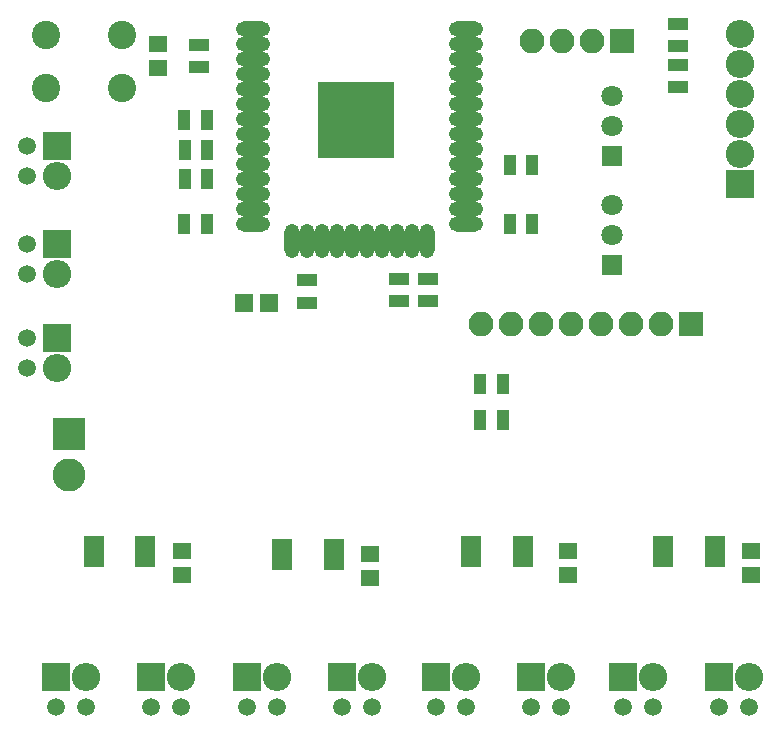
<source format=gbr>
G04 #@! TF.FileFunction,Soldermask,Top*
%FSLAX46Y46*%
G04 Gerber Fmt 4.6, Leading zero omitted, Abs format (unit mm)*
G04 Created by KiCad (PCBNEW 4.0.7-e2-6376~58~ubuntu16.04.1) date Wed Sep  5 16:34:56 2018*
%MOMM*%
%LPD*%
G01*
G04 APERTURE LIST*
%ADD10C,0.100000*%
%ADD11R,1.650000X1.400000*%
%ADD12R,1.600000X1.600000*%
%ADD13O,2.398980X2.398980*%
%ADD14R,2.398980X2.398980*%
%ADD15C,1.500000*%
%ADD16C,2.800000*%
%ADD17R,2.800000X2.800000*%
%ADD18R,2.100000X2.100000*%
%ADD19O,2.100000X2.100000*%
%ADD20R,1.100000X1.700000*%
%ADD21R,1.700000X1.100000*%
%ADD22R,1.797000X1.797000*%
%ADD23C,1.797000*%
%ADD24C,2.400000*%
%ADD25O,2.900000X1.300000*%
%ADD26O,1.300000X2.900000*%
%ADD27R,6.400000X6.400000*%
%ADD28R,1.800000X0.700000*%
G04 APERTURE END LIST*
D10*
D11*
X134750000Y-52800000D03*
X134750000Y-54800000D03*
X136750000Y-95750000D03*
X136750000Y-97750000D03*
X152750000Y-96000000D03*
X152750000Y-98000000D03*
X169500000Y-95750000D03*
X169500000Y-97750000D03*
X185000000Y-95750000D03*
X185000000Y-97750000D03*
D12*
X144200000Y-74750000D03*
X142000000Y-74750000D03*
D13*
X126250000Y-64000000D03*
D14*
X126250000Y-61460000D03*
D15*
X123710000Y-61460000D03*
X123710000Y-64000000D03*
D16*
X127250000Y-89300000D03*
D17*
X127250000Y-85800000D03*
D18*
X179870000Y-76500000D03*
D19*
X177330000Y-76500000D03*
X174790000Y-76500000D03*
X172250000Y-76500000D03*
X169710000Y-76500000D03*
X167170000Y-76500000D03*
X164630000Y-76500000D03*
X162090000Y-76500000D03*
D13*
X184000000Y-57040000D03*
D14*
X184000000Y-64660000D03*
D13*
X184000000Y-62120000D03*
X184000000Y-59580000D03*
X184000000Y-54500000D03*
X184000000Y-51960000D03*
X126250000Y-72250000D03*
D14*
X126250000Y-69710000D03*
D15*
X123710000Y-69710000D03*
X123710000Y-72250000D03*
D13*
X126250000Y-80200000D03*
D14*
X126250000Y-77660000D03*
D15*
X123710000Y-77660000D03*
X123710000Y-80200000D03*
D18*
X174040000Y-52500000D03*
D19*
X171500000Y-52500000D03*
X168960000Y-52500000D03*
X166420000Y-52500000D03*
D13*
X128640000Y-106350000D03*
D14*
X126100000Y-106350000D03*
D15*
X126100000Y-108890000D03*
X128640000Y-108890000D03*
D13*
X136700000Y-106350000D03*
D14*
X134160000Y-106350000D03*
D15*
X134160000Y-108890000D03*
X136700000Y-108890000D03*
D13*
X144840000Y-106350000D03*
D14*
X142300000Y-106350000D03*
D15*
X142300000Y-108890000D03*
X144840000Y-108890000D03*
D13*
X152840000Y-106350000D03*
D14*
X150300000Y-106350000D03*
D15*
X150300000Y-108890000D03*
X152840000Y-108890000D03*
D13*
X160840000Y-106350000D03*
D14*
X158300000Y-106350000D03*
D15*
X158300000Y-108890000D03*
X160840000Y-108890000D03*
D13*
X168840000Y-106350000D03*
D14*
X166300000Y-106350000D03*
D15*
X166300000Y-108890000D03*
X168840000Y-108890000D03*
D13*
X176700000Y-106350000D03*
D14*
X174160000Y-106350000D03*
D15*
X174160000Y-108890000D03*
X176700000Y-108890000D03*
D13*
X184840000Y-106350000D03*
D14*
X182300000Y-106350000D03*
D15*
X182300000Y-108890000D03*
X184840000Y-108890000D03*
D20*
X138900000Y-59250000D03*
X137000000Y-59250000D03*
X137050000Y-61750000D03*
X138950000Y-61750000D03*
X138950000Y-64250000D03*
X137050000Y-64250000D03*
D21*
X155200000Y-72650000D03*
X155200000Y-74550000D03*
X138250000Y-54750000D03*
X138250000Y-52850000D03*
X157600000Y-72650000D03*
X157600000Y-74550000D03*
D20*
X166450000Y-63000000D03*
X164550000Y-63000000D03*
X164550000Y-68000000D03*
X166450000Y-68000000D03*
D21*
X147400000Y-72800000D03*
X147400000Y-74700000D03*
X178750000Y-54550000D03*
X178750000Y-56450000D03*
X178750000Y-51050000D03*
X178750000Y-52950000D03*
D20*
X138900000Y-68000000D03*
X137000000Y-68000000D03*
D22*
X173200000Y-62280000D03*
D23*
X173200000Y-59740000D03*
X173200000Y-57200000D03*
D24*
X131750000Y-52000000D03*
X131750000Y-56500000D03*
X125250000Y-52000000D03*
X125250000Y-56500000D03*
D22*
X173200000Y-71480000D03*
D23*
X173200000Y-68940000D03*
X173200000Y-66400000D03*
D25*
X160800000Y-51500000D03*
X160800000Y-52770000D03*
X160800000Y-54040000D03*
X160800000Y-55310000D03*
X160800000Y-56580000D03*
X160800000Y-57850000D03*
X160800000Y-59120000D03*
X160800000Y-60390000D03*
X160800000Y-61660000D03*
X160800000Y-62930000D03*
X160800000Y-64200000D03*
X160800000Y-65470000D03*
X160800000Y-66740000D03*
X160800000Y-68010000D03*
D26*
X157515000Y-69500000D03*
X156245000Y-69500000D03*
X154975000Y-69500000D03*
X153705000Y-69500000D03*
X152435000Y-69500000D03*
X151165000Y-69500000D03*
X149895000Y-69500000D03*
X148625000Y-69500000D03*
X147355000Y-69500000D03*
X146085000Y-69500000D03*
D25*
X142800000Y-68010000D03*
X142800000Y-66740000D03*
X142800000Y-65470000D03*
X142800000Y-64200000D03*
X142800000Y-62930000D03*
X142800000Y-61660000D03*
X142800000Y-60390000D03*
X142800000Y-59120000D03*
X142800000Y-57850000D03*
X142800000Y-56580000D03*
X142800000Y-55310000D03*
X142800000Y-54040000D03*
X142800000Y-52770000D03*
X142800000Y-51500000D03*
D27*
X151500000Y-59200000D03*
D28*
X129300000Y-94750000D03*
X129300000Y-95250000D03*
X129300000Y-95750000D03*
X129300000Y-96250000D03*
X129300000Y-96750000D03*
X133700000Y-96750000D03*
X133700000Y-96250000D03*
X133700000Y-95750000D03*
X133700000Y-95250000D03*
X133700000Y-94750000D03*
X145300000Y-95000000D03*
X145300000Y-95500000D03*
X145300000Y-96000000D03*
X145300000Y-96500000D03*
X145300000Y-97000000D03*
X149700000Y-97000000D03*
X149700000Y-96500000D03*
X149700000Y-96000000D03*
X149700000Y-95500000D03*
X149700000Y-95000000D03*
X161300000Y-94750000D03*
X161300000Y-95250000D03*
X161300000Y-95750000D03*
X161300000Y-96250000D03*
X161300000Y-96750000D03*
X165700000Y-96750000D03*
X165700000Y-96250000D03*
X165700000Y-95750000D03*
X165700000Y-95250000D03*
X165700000Y-94750000D03*
X177500000Y-94750000D03*
X177500000Y-95250000D03*
X177500000Y-95750000D03*
X177500000Y-96250000D03*
X177500000Y-96750000D03*
X181900000Y-96750000D03*
X181900000Y-96250000D03*
X181900000Y-95750000D03*
X181900000Y-95250000D03*
X181900000Y-94750000D03*
D20*
X162050000Y-84600000D03*
X163950000Y-84600000D03*
X162050000Y-81600000D03*
X163950000Y-81600000D03*
M02*

</source>
